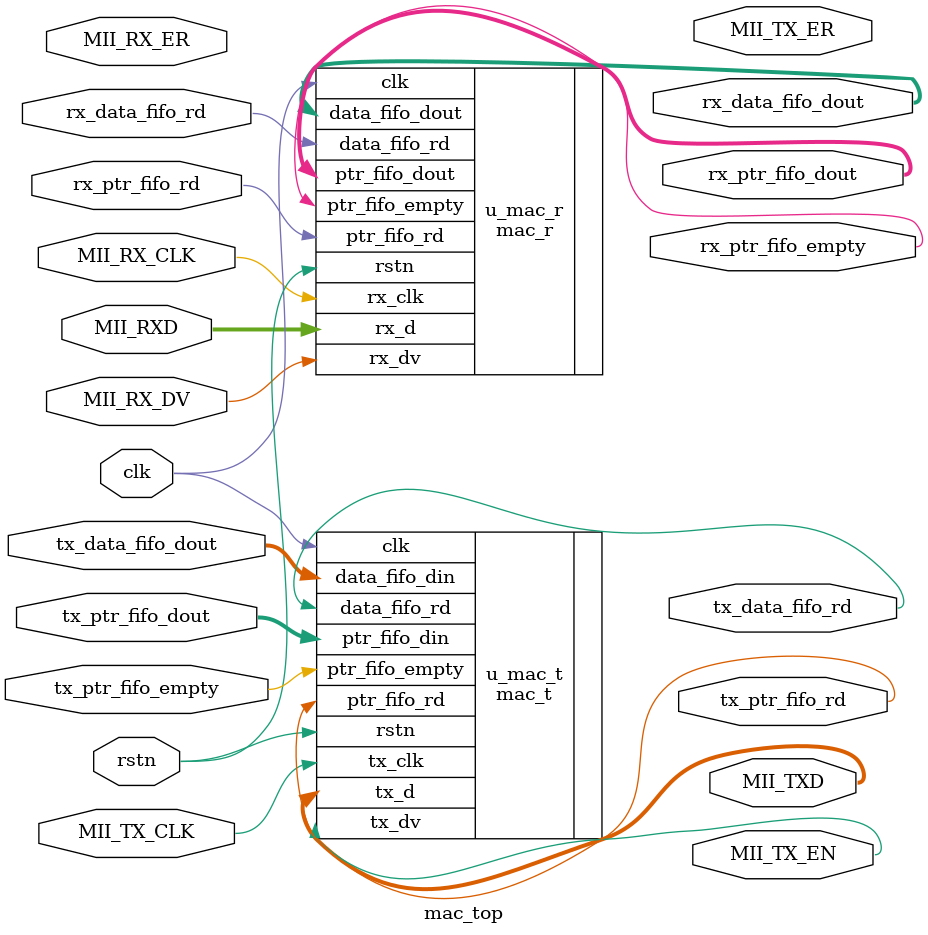
<source format=v>
`timescale 1ns / 1ps

module mac_top(
    input              clk,
	input              rstn,
    input     [3:0]    MII_RXD,
    input              MII_RX_DV,
    input              MII_RX_CLK,
    input              MII_RX_ER,
                  
    output    [3:0]    MII_TXD,
    output             MII_TX_EN,
    input              MII_TX_CLK,
    output             MII_TX_ER,
                  
    output             tx_data_fifo_rd,
    input     [7:0]    tx_data_fifo_dout,
    output             tx_ptr_fifo_rd,
    input     [15:0]   tx_ptr_fifo_dout,
    input              tx_ptr_fifo_empty,
                  
    input             rx_data_fifo_rd,
    output    [7:0]   rx_data_fifo_dout,
    input             rx_ptr_fifo_rd,
	output    [15:0]  rx_ptr_fifo_dout,
    output            rx_ptr_fifo_empty
    );

                   
 
mac_r u_mac_r(
    .clk(clk),
    .rstn(rstn),
    .rx_clk(MII_RX_CLK),
    .rx_d(MII_RXD),
    .rx_dv(MII_RX_DV),
    .data_fifo_rd(rx_data_fifo_rd),
    .data_fifo_dout(rx_data_fifo_dout),
    .ptr_fifo_rd(rx_ptr_fifo_rd),
    .ptr_fifo_dout(rx_ptr_fifo_dout),
    .ptr_fifo_empty(rx_ptr_fifo_empty)
    );
mac_t u_mac_t(
    .clk(clk),
    .rstn(rstn),
    .tx_clk(MII_TX_CLK),
    .tx_d(MII_TXD),
    .tx_dv(MII_TX_EN),
    .data_fifo_rd(tx_data_fifo_rd),
    .data_fifo_din(tx_data_fifo_dout),
    .ptr_fifo_rd(tx_ptr_fifo_rd),
    .ptr_fifo_din(tx_ptr_fifo_dout),
    .ptr_fifo_empty(tx_ptr_fifo_empty)          
    );
endmodule

</source>
